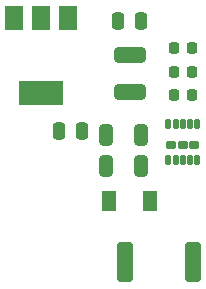
<source format=gbr>
%TF.GenerationSoftware,KiCad,Pcbnew,6.0.2+dfsg-1*%
%TF.CreationDate,2023-10-20T16:05:58+09:00*%
%TF.ProjectId,Hibot_agostiniLuca,4869626f-745f-4616-976f-7374696e694c,rev?*%
%TF.SameCoordinates,Original*%
%TF.FileFunction,Paste,Bot*%
%TF.FilePolarity,Positive*%
%FSLAX46Y46*%
G04 Gerber Fmt 4.6, Leading zero omitted, Abs format (unit mm)*
G04 Created by KiCad (PCBNEW 6.0.2+dfsg-1) date 2023-10-20 16:05:58*
%MOMM*%
%LPD*%
G01*
G04 APERTURE LIST*
G04 Aperture macros list*
%AMRoundRect*
0 Rectangle with rounded corners*
0 $1 Rounding radius*
0 $2 $3 $4 $5 $6 $7 $8 $9 X,Y pos of 4 corners*
0 Add a 4 corners polygon primitive as box body*
4,1,4,$2,$3,$4,$5,$6,$7,$8,$9,$2,$3,0*
0 Add four circle primitives for the rounded corners*
1,1,$1+$1,$2,$3*
1,1,$1+$1,$4,$5*
1,1,$1+$1,$6,$7*
1,1,$1+$1,$8,$9*
0 Add four rect primitives between the rounded corners*
20,1,$1+$1,$2,$3,$4,$5,0*
20,1,$1+$1,$4,$5,$6,$7,0*
20,1,$1+$1,$6,$7,$8,$9,0*
20,1,$1+$1,$8,$9,$2,$3,0*%
G04 Aperture macros list end*
%ADD10RoundRect,0.250000X0.425000X1.425000X-0.425000X1.425000X-0.425000X-1.425000X0.425000X-1.425000X0*%
%ADD11RoundRect,0.225000X-0.225000X-0.250000X0.225000X-0.250000X0.225000X0.250000X-0.225000X0.250000X0*%
%ADD12R,1.500000X2.000000*%
%ADD13R,3.800000X2.000000*%
%ADD14RoundRect,0.250000X1.075000X-0.400000X1.075000X0.400000X-1.075000X0.400000X-1.075000X-0.400000X0*%
%ADD15RoundRect,0.250000X0.325000X0.650000X-0.325000X0.650000X-0.325000X-0.650000X0.325000X-0.650000X0*%
%ADD16R,1.300000X1.700000*%
%ADD17RoundRect,0.250000X0.250000X0.475000X-0.250000X0.475000X-0.250000X-0.475000X0.250000X-0.475000X0*%
%ADD18RoundRect,0.162500X0.287500X-0.162500X0.287500X0.162500X-0.287500X0.162500X-0.287500X-0.162500X0*%
%ADD19RoundRect,0.112500X0.112500X-0.287500X0.112500X0.287500X-0.112500X0.287500X-0.112500X-0.287500X0*%
G04 APERTURE END LIST*
D10*
%TO.C,D1*%
X153400000Y-109000000D03*
X147600000Y-109000000D03*
%TD*%
D11*
%TO.C,C8*%
X151725000Y-90850000D03*
X153275000Y-90850000D03*
%TD*%
D12*
%TO.C,U5*%
X138200000Y-88350000D03*
D13*
X140500000Y-94650000D03*
D12*
X140500000Y-88350000D03*
X142800000Y-88350000D03*
%TD*%
D14*
%TO.C,FB1*%
X148000000Y-94550000D03*
X148000000Y-91450000D03*
%TD*%
D15*
%TO.C,C2*%
X148975000Y-98250000D03*
X146025000Y-98250000D03*
%TD*%
D11*
%TO.C,C4*%
X151725000Y-94850000D03*
X153275000Y-94850000D03*
%TD*%
D16*
%TO.C,D2*%
X149750000Y-103850000D03*
X146250000Y-103850000D03*
%TD*%
D15*
%TO.C,C1*%
X149000000Y-100850000D03*
X146050000Y-100850000D03*
%TD*%
D17*
%TO.C,C11*%
X143950000Y-97850000D03*
X142050000Y-97850000D03*
%TD*%
D11*
%TO.C,C7*%
X151725000Y-92850000D03*
X153275000Y-92850000D03*
%TD*%
D18*
%TO.C,U3*%
X152500000Y-99025000D03*
X151530000Y-99025000D03*
X153470000Y-99025000D03*
D19*
X153700000Y-100375000D03*
X153100000Y-100375000D03*
X152500000Y-100375000D03*
X151900000Y-100375000D03*
X151300000Y-100375000D03*
X151300000Y-97325000D03*
X151900000Y-97325000D03*
X152500000Y-97325000D03*
X153100000Y-97325000D03*
X153700000Y-97325000D03*
%TD*%
D17*
%TO.C,C9*%
X148950000Y-88600000D03*
X147050000Y-88600000D03*
%TD*%
M02*

</source>
